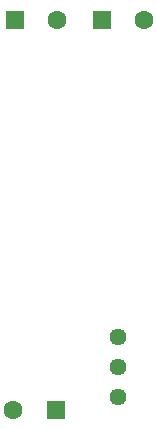
<source format=gbr>
%TF.GenerationSoftware,KiCad,Pcbnew,9.0.2*%
%TF.CreationDate,2025-05-22T13:04:18+05:30*%
%TF.ProjectId,GaN_pwr_delivery_module,47614e5f-7077-4725-9f64-656c69766572,rev?*%
%TF.SameCoordinates,Original*%
%TF.FileFunction,Soldermask,Bot*%
%TF.FilePolarity,Negative*%
%FSLAX46Y46*%
G04 Gerber Fmt 4.6, Leading zero omitted, Abs format (unit mm)*
G04 Created by KiCad (PCBNEW 9.0.2) date 2025-05-22 13:04:18*
%MOMM*%
%LPD*%
G01*
G04 APERTURE LIST*
G04 Aperture macros list*
%AMRoundRect*
0 Rectangle with rounded corners*
0 $1 Rounding radius*
0 $2 $3 $4 $5 $6 $7 $8 $9 X,Y pos of 4 corners*
0 Add a 4 corners polygon primitive as box body*
4,1,4,$2,$3,$4,$5,$6,$7,$8,$9,$2,$3,0*
0 Add four circle primitives for the rounded corners*
1,1,$1+$1,$2,$3*
1,1,$1+$1,$4,$5*
1,1,$1+$1,$6,$7*
1,1,$1+$1,$8,$9*
0 Add four rect primitives between the rounded corners*
20,1,$1+$1,$2,$3,$4,$5,0*
20,1,$1+$1,$4,$5,$6,$7,0*
20,1,$1+$1,$6,$7,$8,$9,0*
20,1,$1+$1,$8,$9,$2,$3,0*%
G04 Aperture macros list end*
%ADD10C,1.440000*%
%ADD11RoundRect,0.250000X-0.550000X-0.550000X0.550000X-0.550000X0.550000X0.550000X-0.550000X0.550000X0*%
%ADD12C,1.600000*%
%ADD13RoundRect,0.250000X0.550000X0.550000X-0.550000X0.550000X-0.550000X-0.550000X0.550000X-0.550000X0*%
G04 APERTURE END LIST*
D10*
%TO.C,RV1*%
X230083333Y-143350000D03*
X230083333Y-140810000D03*
X230083333Y-138270000D03*
%TD*%
D11*
%TO.C,J3*%
X221383333Y-111400000D03*
D12*
X224983333Y-111400000D03*
%TD*%
D11*
%TO.C,J2*%
X228733333Y-111400000D03*
D12*
X232333333Y-111400000D03*
%TD*%
D13*
%TO.C,J1*%
X224843333Y-144450000D03*
D12*
X221243333Y-144450000D03*
%TD*%
M02*

</source>
